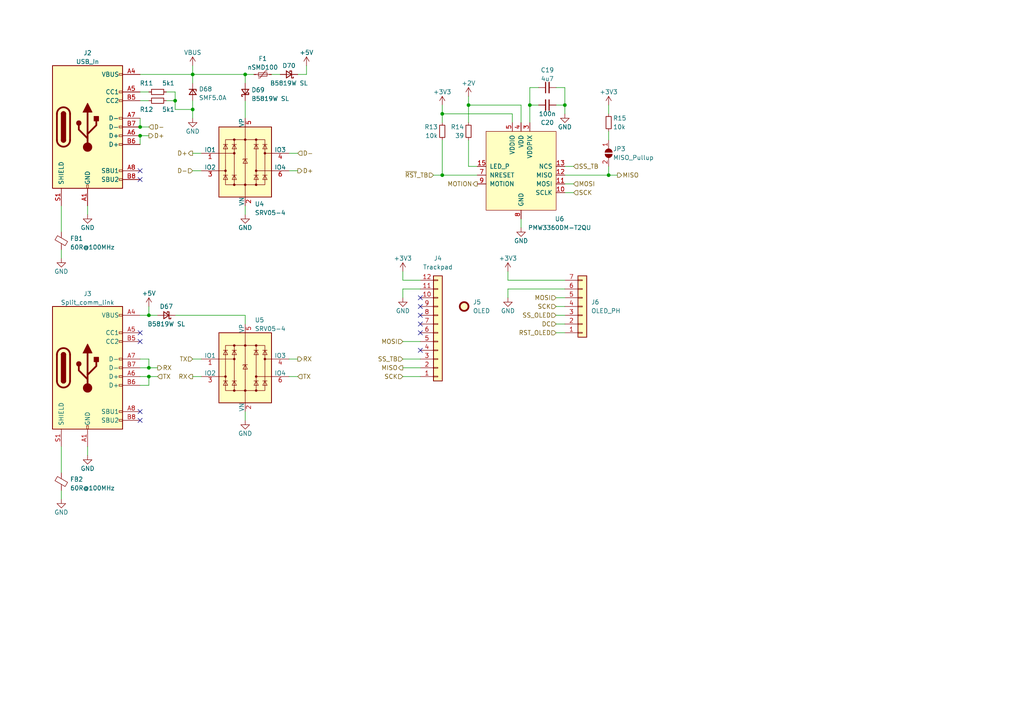
<source format=kicad_sch>
(kicad_sch (version 20230121) (generator eeschema)
  (paper "A4")
  (title_block (date "2023-03-18") (rev "V3"))
  (lib_symbols
    (symbol "+3V3_1" (power) (pin_names (offset 0))
      (property "Value" "+3V3_1" (at 0 3.556 0))
      (symbol "+3V3_1_0_1"
        (polyline (pts (xy -0.762 1.27) (xy 0 2.54)))
        (polyline (pts (xy 0 0) (xy 0 2.54)))
        (polyline (pts (xy 0 2.54) (xy 0.762 1.27)))
      )
      (symbol "+3V3_1_1_1"
        (pin power_in line (at 0 0 90) (length 0) hide (name "+3V3") (number "1"))
      )
    )
    (symbol "Cantaloupe:USB_C_Receptacle_USB2.0-Connector" (pin_names (offset 1.016))
      (property "Reference" "J" (at -10.16 19.05 0))
      (property "Value" "USB_C_Receptacle_USB2.0-Connector" (at 19.05 19.05 0))
      (symbol "USB_C_Receptacle_USB2.0-Connector_0_0"
        (rectangle (start -0.254 -17.78) (end 0.254 -16.764))
        (rectangle (start 10.16 -14.986) (end 9.144 -15.494))
        (rectangle (start 10.16 -12.446) (end 9.144 -12.954))
        (rectangle (start 10.16 -4.826) (end 9.144 -5.334))
        (rectangle (start 10.16 -2.286) (end 9.144 -2.794))
        (rectangle (start 10.16 0.254) (end 9.144 -0.254))
        (rectangle (start 10.16 2.794) (end 9.144 2.286))
        (rectangle (start 10.16 7.874) (end 9.144 7.366))
        (rectangle (start 10.16 10.414) (end 9.144 9.906))
        (rectangle (start 10.16 15.494) (end 9.144 14.986))
      )
      (symbol "USB_C_Receptacle_USB2.0-Connector_0_1"
        (rectangle (start -10.16 17.78) (end 10.16 -17.78) (stroke (width 0.254)) (fill (type background)))
        (arc (start -8.89 -3.81) (mid -6.985 -5.7067) (end -5.08 -3.81) (stroke (width 0.508)))
        (arc (start -7.62 -3.81) (mid -6.985 -4.4423) (end -6.35 -3.81) (stroke (width 0.254)))
        (arc (start -7.62 -3.81) (mid -6.985 -4.4423) (end -6.35 -3.81) (stroke (width 0.254)) (fill (type outline)))
        (rectangle (start -7.62 -3.81) (end -6.35 3.81) (stroke (width 0.254)) (fill (type outline)))
        (arc (start -6.35 3.81) (mid -6.985 4.4423) (end -7.62 3.81) (stroke (width 0.254)))
        (arc (start -6.35 3.81) (mid -6.985 4.4423) (end -7.62 3.81) (stroke (width 0.254)) (fill (type outline)))
        (arc (start -5.08 3.81) (mid -6.985 5.7067) (end -8.89 3.81) (stroke (width 0.508)))
        (circle (center -2.54 1.143) (radius 0.635) (stroke (width 0.254)) (fill (type outline)))
        (circle (center 0 -5.842) (radius 1.27) (fill (type outline)))
        (polyline (pts (xy -8.89 -3.81) (xy -8.89 3.81)) (stroke (width 0.508)))
        (polyline (pts (xy -5.08 3.81) (xy -5.08 -3.81)) (stroke (width 0.508)))
        (polyline (pts (xy 0 -5.842) (xy 0 4.318)) (stroke (width 0.508)))
        (polyline (pts (xy 0 -3.302) (xy -2.54 -0.762) (xy -2.54 0.508)) (stroke (width 0.508)))
        (polyline (pts (xy 0 -2.032) (xy 2.54 0.508) (xy 2.54 1.778)) (stroke (width 0.508)))
        (polyline (pts (xy -1.27 4.318) (xy 0 6.858) (xy 1.27 4.318) (xy -1.27 4.318)) (stroke (width 0.254)) (fill (type outline)))
        (rectangle (start 1.905 1.778) (end 3.175 3.048) (stroke (width 0.254)) (fill (type outline)))
      )
      (symbol "USB_C_Receptacle_USB2.0-Connector_1_1"
        (pin power_in line (at 0 -22.86 90) (length 5.08) (name "GND") (number "A1"))
        (pin passive line (at 0 -22.86 90) (length 5.08) hide (name "GND") (number "A12"))
        (pin power_in line (at 15.24 15.24 180) (length 5.08) (name "VBUS") (number "A4"))
        (pin bidirectional line (at 15.24 10.16 180) (length 5.08) (name "CC1") (number "A5"))
        (pin bidirectional line (at 15.24 -2.54 180) (length 5.08) (name "D+") (number "A6"))
        (pin bidirectional line (at 15.24 2.54 180) (length 5.08) (name "D-") (number "A7"))
        (pin bidirectional line (at 15.24 -12.7 180) (length 5.08) (name "SBU1") (number "A8"))
        (pin passive line (at 15.24 15.24 180) (length 5.08) hide (name "VBUS") (number "A9"))
        (pin passive line (at 0 -22.86 90) (length 5.08) hide (name "GND") (number "B1"))
        (pin passive line (at 0 -22.86 90) (length 5.08) hide (name "GND") (number "B12"))
        (pin passive line (at 15.24 15.24 180) (length 5.08) hide (name "VBUS") (number "B4"))
        (pin bidirectional line (at 15.24 7.62 180) (length 5.08) (name "CC2") (number "B5"))
        (pin bidirectional line (at 15.24 -5.08 180) (length 5.08) (name "D+") (number "B6"))
        (pin bidirectional line (at 15.24 0 180) (length 5.08) (name "D-") (number "B7"))
        (pin bidirectional line (at 15.24 -15.24 180) (length 5.08) (name "SBU2") (number "B8"))
        (pin passive line (at 15.24 15.24 180) (length 5.08) hide (name "VBUS") (number "B9"))
        (pin passive line (at -7.62 -22.86 90) (length 5.08) (name "SHIELD") (number "S1"))
      )
    )
    (symbol "Connector_Generic:Conn_01x07" (pin_names (offset 1.016) hide)
      (property "Reference" "J" (at 0 10.16 0))
      (property "Value" "Conn_01x07" (at 0 -10.16 0))
      (symbol "Conn_01x07_1_1"
        (rectangle (start -1.27 -7.493) (end 0 -7.747) (stroke (width 0.1524)))
        (rectangle (start -1.27 -4.953) (end 0 -5.207) (stroke (width 0.1524)))
        (rectangle (start -1.27 -2.413) (end 0 -2.667) (stroke (width 0.1524)))
        (rectangle (start -1.27 0.127) (end 0 -0.127) (stroke (width 0.1524)))
        (rectangle (start -1.27 2.667) (end 0 2.413) (stroke (width 0.1524)))
        (rectangle (start -1.27 5.207) (end 0 4.953) (stroke (width 0.1524)))
        (rectangle (start -1.27 7.747) (end 0 7.493) (stroke (width 0.1524)))
        (rectangle (start -1.27 8.89) (end 1.27 -8.89) (stroke (width 0.254)) (fill (type background)))
        (pin passive line (at -5.08 7.62 0) (length 3.81) (name "Pin_1") (number "1"))
        (pin passive line (at -5.08 5.08 0) (length 3.81) (name "Pin_2") (number "2"))
        (pin passive line (at -5.08 2.54 0) (length 3.81) (name "Pin_3") (number "3"))
        (pin passive line (at -5.08 0 0) (length 3.81) (name "Pin_4") (number "4"))
        (pin passive line (at -5.08 -2.54 0) (length 3.81) (name "Pin_5") (number "5"))
        (pin passive line (at -5.08 -5.08 0) (length 3.81) (name "Pin_6") (number "6"))
        (pin passive line (at -5.08 -7.62 0) (length 3.81) (name "Pin_7") (number "7"))
      )
    )
    (symbol "Connector_Generic:Conn_01x12" (pin_names (offset 1.016) hide)
      (property "Reference" "J" (at 0 15.24 0))
      (property "Value" "Conn_01x12" (at 0 -17.78 0))
      (symbol "Conn_01x12_1_1"
        (rectangle (start -1.27 -15.113) (end 0 -15.367) (stroke (width 0.1524)))
        (rectangle (start -1.27 -12.573) (end 0 -12.827) (stroke (width 0.1524)))
        (rectangle (start -1.27 -10.033) (end 0 -10.287) (stroke (width 0.1524)))
        (rectangle (start -1.27 -7.493) (end 0 -7.747) (stroke (width 0.1524)))
        (rectangle (start -1.27 -4.953) (end 0 -5.207) (stroke (width 0.1524)))
        (rectangle (start -1.27 -2.413) (end 0 -2.667) (stroke (width 0.1524)))
        (rectangle (start -1.27 0.127) (end 0 -0.127) (stroke (width 0.1524)))
        (rectangle (start -1.27 2.667) (end 0 2.413) (stroke (width 0.1524)))
        (rectangle (start -1.27 5.207) (end 0 4.953) (stroke (width 0.1524)))
        (rectangle (start -1.27 7.747) (end 0 7.493) (stroke (width 0.1524)))
        (rectangle (start -1.27 10.287) (end 0 10.033) (stroke (width 0.1524)))
        (rectangle (start -1.27 12.827) (end 0 12.573) (stroke (width 0.1524)))
        (rectangle (start -1.27 13.97) (end 1.27 -16.51) (stroke (width 0.254)) (fill (type background)))
        (pin passive line (at -5.08 12.7 0) (length 3.81) (name "Pin_1") (number "1"))
        (pin passive line (at -5.08 -10.16 0) (length 3.81) (name "Pin_10") (number "10"))
        (pin passive line (at -5.08 -12.7 0) (length 3.81) (name "Pin_11") (number "11"))
        (pin passive line (at -5.08 -15.24 0) (length 3.81) (name "Pin_12") (number "12"))
        (pin passive line (at -5.08 10.16 0) (length 3.81) (name "Pin_2") (number "2"))
        (pin passive line (at -5.08 7.62 0) (length 3.81) (name "Pin_3") (number "3"))
        (pin passive line (at -5.08 5.08 0) (length 3.81) (name "Pin_4") (number "4"))
        (pin passive line (at -5.08 2.54 0) (length 3.81) (name "Pin_5") (number "5"))
        (pin passive line (at -5.08 0 0) (length 3.81) (name "Pin_6") (number "6"))
        (pin passive line (at -5.08 -2.54 0) (length 3.81) (name "Pin_7") (number "7"))
        (pin passive line (at -5.08 -5.08 0) (length 3.81) (name "Pin_8") (number "8"))
        (pin passive line (at -5.08 -7.62 0) (length 3.81) (name "Pin_9") (number "9"))
      )
    )
    (symbol "Device:C_Small" (pin_numbers hide) (pin_names (offset 0.254) hide)
      (property "Reference" "C" (at 0.254 1.778 0))
      (property "Value" "C_Small" (at 0.254 -2.032 0))
      (symbol "C_Small_0_1"
        (polyline (pts (xy -1.524 -0.508) (xy 1.524 -0.508)) (stroke (width 0.3302)))
        (polyline (pts (xy -1.524 0.508) (xy 1.524 0.508)) (stroke (width 0.3048)))
      )
      (symbol "C_Small_1_1"
        (pin passive line (at 0 2.54 270) (length 2.032) (name "~") (number "1"))
        (pin passive line (at 0 -2.54 90) (length 2.032) (name "~") (number "2"))
      )
    )
    (symbol "Device:D_Schottky_Small" (pin_numbers hide) (pin_names (offset 0.254) hide)
      (property "Reference" "D" (at -1.27 2.032 0))
      (property "Value" "D_Schottky_Small" (at -7.112 -2.032 0))
      (symbol "D_Schottky_Small_0_1"
        (polyline (pts (xy -0.762 0) (xy 0.762 0)))
        (polyline (pts (xy 0.762 -1.016) (xy -0.762 0) (xy 0.762 1.016) (xy 0.762 -1.016)) (stroke (width 0.254)))
        (polyline (pts (xy -1.27 0.762) (xy -1.27 1.016) (xy -0.762 1.016) (xy -0.762 -1.016) (xy -0.254 -1.016) (xy -0.254 -0.762)) (stroke (width 0.254)))
      )
      (symbol "D_Schottky_Small_1_1"
        (pin passive line (at -2.54 0 0) (length 1.778) (name "K") (number "1"))
        (pin passive line (at 2.54 0 180) (length 1.778) (name "A") (number "2"))
      )
    )
    (symbol "Device:D_Zener_Small" (pin_numbers hide) (pin_names (offset 0.254) hide)
      (property "Reference" "D" (at 0 2.286 0))
      (property "Value" "D_Zener_Small" (at 0 -2.286 0))
      (symbol "D_Zener_Small_0_1"
        (polyline (pts (xy 0.762 0) (xy -0.762 0)))
        (polyline (pts (xy -0.254 1.016) (xy -0.762 1.016) (xy -0.762 -1.016)) (stroke (width 0.254)))
        (polyline (pts (xy 0.762 1.016) (xy -0.762 0) (xy 0.762 -1.016) (xy 0.762 1.016)) (stroke (width 0.254)))
      )
      (symbol "D_Zener_Small_1_1"
        (pin passive line (at -2.54 0 0) (length 1.778) (name "K") (number "1"))
        (pin passive line (at 2.54 0 180) (length 1.778) (name "A") (number "2"))
      )
    )
    (symbol "Device:FerriteBead_Small" (pin_numbers hide) (pin_names (offset 0))
      (property "Reference" "FB" (at 1.905 1.27 0))
      (property "Value" "FerriteBead_Small" (at 1.905 -1.27 0))
      (symbol "FerriteBead_Small_0_1"
        (polyline (pts (xy 0 -1.27) (xy 0 -0.7874)))
        (polyline (pts (xy 0 0.889) (xy 0 1.2954)))
        (polyline (pts (xy -1.8288 0.2794) (xy -1.1176 1.4986) (xy 1.8288 -0.2032) (xy 1.1176 -1.4224) (xy -1.8288 0.2794)))
      )
      (symbol "FerriteBead_Small_1_1"
        (pin passive line (at 0 2.54 270) (length 1.27) (name "~") (number "1"))
        (pin passive line (at 0 -2.54 90) (length 1.27) (name "~") (number "2"))
      )
    )
    (symbol "Device:Polyfuse_Small" (pin_numbers hide) (pin_names (offset 0))
      (property "Reference" "F" (at -1.905 0 90))
      (property "Value" "Polyfuse_Small" (at 1.905 0 90))
      (symbol "Polyfuse_Small_0_1"
        (rectangle (start -0.508 1.27) (end 0.508 -1.27))
        (polyline (pts (xy 0 2.54) (xy 0 -2.54)))
        (polyline (pts (xy -1.016 1.27) (xy -1.016 0.762) (xy 1.016 -0.762) (xy 1.016 -1.27)))
      )
      (symbol "Polyfuse_Small_1_1"
        (pin passive line (at 0 2.54 270) (length 0.635) (name "~") (number "1"))
        (pin passive line (at 0 -2.54 90) (length 0.635) (name "~") (number "2"))
      )
    )
    (symbol "Device:R_Small" (pin_numbers hide) (pin_names (offset 0.254) hide)
      (property "Reference" "R" (at 0.762 0.508 0))
      (property "Value" "R_Small" (at 0.762 -1.016 0))
      (symbol "R_Small_0_1"
        (rectangle (start -0.762 1.778) (end 0.762 -1.778) (stroke (width 0.2032)))
      )
      (symbol "R_Small_1_1"
        (pin passive line (at 0 2.54 270) (length 0.762) (name "~") (number "1"))
        (pin passive line (at 0 -2.54 90) (length 0.762) (name "~") (number "2"))
      )
    )
    (symbol "GND_1" (power) (pin_names (offset 0))
      (property "Value" "GND_1" (at 0 -3.81 0))
      (symbol "GND_1_0_1"
        (polyline (pts (xy 0 0) (xy 0 -1.27) (xy 1.27 -1.27) (xy 0 -2.54) (xy -1.27 -1.27) (xy 0 -1.27)))
      )
      (symbol "GND_1_1_1"
        (pin power_in line (at 0 0 270) (length 0) hide (name "GND") (number "1"))
      )
    )
    (symbol "Honeydew:+2V" (power) (pin_names (offset 0))
      (property "Value" "+2V" (at 0 3.81 0))
      (symbol "+2V_0_1"
        (polyline (pts (xy -0.762 1.27) (xy 0 2.54)))
        (polyline (pts (xy 0 0) (xy 0 2.54)))
        (polyline (pts (xy 0 2.54) (xy 0.762 1.27)))
      )
      (symbol "+2V_1_1"
        (pin power_in line (at 0 0 90) (length 0) hide (name "+2V") (number "1"))
      )
    )
    (symbol "Jumper:SolderJumper_2_Open" (pin_names (offset 0) hide)
      (property "Reference" "JP" (at 0 2.032 0))
      (property "Value" "SolderJumper_2_Open" (at 0 -2.54 0))
      (symbol "SolderJumper_2_Open_0_1"
        (arc (start -0.254 1.016) (mid -1.2656 0) (end -0.254 -1.016))
        (arc (start -0.254 1.016) (mid -1.2656 0) (end -0.254 -1.016) (fill (type outline)))
        (polyline (pts (xy -0.254 1.016) (xy -0.254 -1.016)))
        (polyline (pts (xy 0.254 1.016) (xy 0.254 -1.016)))
        (arc (start 0.254 -1.016) (mid 1.2656 0) (end 0.254 1.016))
        (arc (start 0.254 -1.016) (mid 1.2656 0) (end 0.254 1.016) (fill (type outline)))
      )
      (symbol "SolderJumper_2_Open_1_1"
        (pin passive line (at -3.81 0 0) (length 2.54) (name "A") (number "1"))
        (pin passive line (at 3.81 0 180) (length 2.54) (name "B") (number "2"))
      )
    )
    (symbol "Mechanical:Fiducial"
      (property "Reference" "FID" (at 0 5.08 0))
      (property "Value" "Fiducial" (at 0 3.175 0))
      (symbol "Fiducial_0_1"
        (circle (center 0 0) (radius 1.27) (stroke (width 0.508)) (fill (type background)))
      )
    )
    (symbol "PMW3360DM-T2QU_1" (pin_names (offset 1.016))
      (property "Reference" "U" (at 0 12.7 0))
      (property "Value" "PMW3360DM-T2QU_1" (at 0 20.32 0))
      (symbol "PMW3360DM-T2QU_1_0_1"
        (rectangle (start -10.16 10.16) (end 10.16 -12.7) (fill (type background)))
      )
      (symbol "PMW3360DM-T2QU_1_1_1"
        (pin no_connect line (at -12.7 7.62 0) (length 2.54) hide (name "NC") (number "1"))
        (pin input line (at 12.7 -7.62 180) (length 2.54) (name "SCLK") (number "10"))
        (pin input line (at 12.7 -5.08 180) (length 2.54) (name "MOSI") (number "11"))
        (pin output line (at 12.7 -2.54 180) (length 2.54) (name "MISO") (number "12"))
        (pin input line (at 12.7 0 180) (length 2.54) (name "NCS") (number "13"))
        (pin no_connect line (at -12.7 7.62 0) (length 2.54) hide (name "NC") (number "14"))
        (pin input line (at -12.7 0 0) (length 2.54) (name "LED_P") (number "15"))
        (pin no_connect line (at -12.7 7.62 0) (length 2.54) hide (name "NC") (number "16"))
        (pin no_connect line (at -12.7 7.62 0) (length 2.54) hide (name "NC") (number "2"))
        (pin power_in line (at 2.54 12.7 270) (length 2.54) (name "VDDPIX") (number "3"))
        (pin power_in line (at 0 12.7 270) (length 2.54) (name "VDD") (number "4"))
        (pin power_in line (at -2.54 12.7 270) (length 2.54) (name "VDDIO") (number "5"))
        (pin no_connect line (at -12.7 7.62 0) (length 2.54) hide (name "NC") (number "6"))
        (pin input line (at -12.7 -2.54 0) (length 2.54) (name "NRESET") (number "7"))
        (pin power_in line (at 0 -15.24 90) (length 2.54) (name "GND") (number "8"))
        (pin output line (at -12.7 -5.08 0) (length 2.54) (name "MOTION") (number "9"))
      )
    )
    (symbol "Power_Protection:SRV05-4" (pin_names (offset 0))
      (property "Reference" "U" (at -5.08 11.43 0))
      (property "Value" "SRV05-4" (at 2.54 11.43 0))
      (symbol "SRV05-4_0_0"
        (rectangle (start -5.715 6.477) (end 5.715 -6.604))
        (polyline (pts (xy -3.175 -6.604) (xy -3.175 6.477)))
        (polyline (pts (xy 3.175 6.477) (xy 3.175 -6.604)))
      )
      (symbol "SRV05-4_0_1"
        (rectangle (start -7.62 10.16) (end 7.62 -10.16) (stroke (width 0.254)) (fill (type background)))
        (circle (center -5.715 -2.54) (radius 0.2794) (fill (type outline)))
        (circle (center -3.175 -6.604) (radius 0.2794) (fill (type outline)))
        (circle (center -3.175 2.54) (radius 0.2794) (fill (type outline)))
        (circle (center -3.175 6.477) (radius 0.2794) (fill (type outline)))
        (circle (center 0 -6.604) (radius 0.2794) (fill (type outline)))
        (polyline (pts (xy -7.747 2.54) (xy -3.175 2.54)))
        (polyline (pts (xy -7.62 -2.54) (xy -5.715 -2.54)))
        (polyline (pts (xy -5.08 -3.81) (xy -6.35 -3.81)))
        (polyline (pts (xy -5.08 5.08) (xy -6.35 5.08)))
        (polyline (pts (xy -2.54 -3.81) (xy -3.81 -3.81)))
        (polyline (pts (xy -2.54 5.08) (xy -3.81 5.08)))
        (polyline (pts (xy 0 10.16) (xy 0 -10.16)))
        (polyline (pts (xy 3.81 -3.81) (xy 2.54 -3.81)))
        (polyline (pts (xy 3.81 5.08) (xy 2.54 5.08)))
        (polyline (pts (xy 6.35 -3.81) (xy 5.08 -3.81)))
        (polyline (pts (xy 6.35 5.08) (xy 5.08 5.08)))
        (polyline (pts (xy 7.62 -2.54) (xy 3.175 -2.54)))
        (polyline (pts (xy 7.62 2.54) (xy 5.715 2.54)))
        (polyline (pts (xy 0.635 0.889) (xy -0.635 0.889) (xy -0.635 0.635)))
        (polyline (pts (xy -5.08 -5.08) (xy -6.35 -5.08) (xy -5.715 -3.81) (xy -5.08 -5.08)))
        (polyline (pts (xy -5.08 3.81) (xy -6.35 3.81) (xy -5.715 5.08) (xy -5.08 3.81)))
        (polyline (pts (xy -2.54 -5.08) (xy -3.81 -5.08) (xy -3.175 -3.81) (xy -2.54 -5.08)))
        (polyline (pts (xy -2.54 3.81) (xy -3.81 3.81) (xy -3.175 5.08) (xy -2.54 3.81)))
        (polyline (pts (xy 0.635 -0.381) (xy -0.635 -0.381) (xy 0 0.889) (xy 0.635 -0.381)))
        (polyline (pts (xy 3.81 -5.08) (xy 2.54 -5.08) (xy 3.175 -3.81) (xy 3.81 -5.08)))
        (polyline (pts (xy 3.81 3.81) (xy 2.54 3.81) (xy 3.175 5.08) (xy 3.81 3.81)))
        (polyline (pts (xy 6.35 -5.08) (xy 5.08 -5.08) (xy 5.715 -3.81) (xy 6.35 -5.08)))
        (polyline (pts (xy 6.35 3.81) (xy 5.08 3.81) (xy 5.715 5.08) (xy 6.35 3.81)))
        (circle (center 0 6.477) (radius 0.2794) (fill (type outline)))
        (circle (center 3.175 -6.604) (radius 0.2794) (fill (type outline)))
        (circle (center 3.175 -2.54) (radius 0.2794) (fill (type outline)))
        (circle (center 3.175 6.477) (radius 0.2794) (fill (type outline)))
        (circle (center 5.715 2.54) (radius 0.2794) (fill (type outline)))
      )
      (symbol "SRV05-4_1_1"
        (pin passive line (at -12.7 2.54 0) (length 5.08) (name "IO1") (number "1"))
        (pin passive line (at 0 -12.7 90) (length 2.54) (name "VN") (number "2"))
        (pin passive line (at -12.7 -2.54 0) (length 5.08) (name "IO2") (number "3"))
        (pin passive line (at 12.7 2.54 180) (length 5.08) (name "IO3") (number "4"))
        (pin passive line (at 0 12.7 270) (length 2.54) (name "VP") (number "5"))
        (pin passive line (at 12.7 -2.54 180) (length 5.08) (name "IO4") (number "6"))
      )
    )
    (symbol "power:+5V" (power) (pin_names (offset 0))
      (property "Value" "+5V" (at 0 3.556 0))
      (symbol "+5V_0_1"
        (polyline (pts (xy -0.762 1.27) (xy 0 2.54)))
        (polyline (pts (xy 0 0) (xy 0 2.54)))
        (polyline (pts (xy 0 2.54) (xy 0.762 1.27)))
      )
      (symbol "+5V_1_1"
        (pin power_in line (at 0 0 90) (length 0) hide (name "+5V") (number "1"))
      )
    )
    (symbol "power:GND" (power) (pin_names (offset 0))
      (property "Value" "GND" (at 0 -3.81 0))
      (symbol "GND_0_1"
        (polyline (pts (xy 0 0) (xy 0 -1.27) (xy 1.27 -1.27) (xy 0 -2.54) (xy -1.27 -1.27) (xy 0 -1.27)))
      )
      (symbol "GND_1_1"
        (pin power_in line (at 0 0 270) (length 0) hide (name "GND") (number "1"))
      )
    )
    (symbol "power:VBUS" (power) (pin_names (offset 0))
      (property "Value" "VBUS" (at 0 3.81 0))
      (symbol "VBUS_0_1"
        (polyline (pts (xy -0.762 1.27) (xy 0 2.54)))
        (polyline (pts (xy 0 0) (xy 0 2.54)))
        (polyline (pts (xy 0 2.54) (xy 0.762 1.27)))
      )
      (symbol "VBUS_1_1"
        (pin power_in line (at 0 0 90) (length 0) hide (name "VBUS") (number "1"))
      )
    )
  )
  (junction (at 128.27 33.02))
  (junction (at 55.88 21.59))
  (junction (at 43.18 106.68))
  (junction (at 176.53 50.8))
  (junction (at 50.8 29.21))
  (junction (at 40.64 39.37))
  (junction (at 43.18 91.44))
  (junction (at 71.12 21.59))
  (junction (at 135.89 30.48))
  (junction (at 153.67 30.48))
  (junction (at 40.64 36.83))
  (junction (at 55.88 31.75))
  (junction (at 128.27 50.8))
  (junction (at 163.83 30.48))
  (junction (at 43.18 109.22))
  (no_connect (at 121.92 86.36))
  (no_connect (at 40.64 99.06))
  (no_connect (at 40.64 49.53))
  (no_connect (at 40.64 119.38))
  (no_connect (at 121.92 88.9))
  (no_connect (at 121.92 91.44))
  (no_connect (at 121.92 96.52))
  (no_connect (at 40.64 121.92))
  (no_connect (at 121.92 101.6))
  (no_connect (at 40.64 96.52))
  (no_connect (at 40.64 52.07))
  (no_connect (at 121.92 93.98))
  (wire (pts (xy 116.84 78.74) (xy 116.84 81.28)))
  (wire (pts (xy 153.67 25.4) (xy 156.21 25.4)))
  (wire (pts (xy 161.29 91.44) (xy 163.83 91.44)))
  (wire (pts (xy 116.84 106.68) (xy 121.92 106.68)))
  (wire (pts (xy 147.32 81.28) (xy 163.83 81.28)))
  (wire (pts (xy 17.78 129.54) (xy 17.78 137.16)))
  (wire (pts (xy 161.29 93.98) (xy 163.83 93.98)))
  (wire (pts (xy 147.32 78.74) (xy 147.32 81.28)))
  (wire (pts (xy 163.83 25.4) (xy 163.83 30.48)))
  (wire (pts (xy 40.64 21.59) (xy 55.88 21.59)))
  (wire (pts (xy 48.26 29.21) (xy 50.8 29.21)))
  (wire (pts (xy 116.84 99.06) (xy 121.92 99.06)))
  (wire (pts (xy 55.88 29.21) (xy 55.88 31.75)))
  (wire (pts (xy 135.89 48.26) (xy 138.43 48.26)))
  (wire (pts (xy 153.67 30.48) (xy 153.67 35.56)))
  (wire (pts (xy 176.53 50.8) (xy 176.53 48.26)))
  (wire (pts (xy 83.82 109.22) (xy 86.36 109.22)))
  (wire (pts (xy 71.12 29.21) (xy 71.12 34.29)))
  (wire (pts (xy 88.9 21.59) (xy 86.36 21.59)))
  (wire (pts (xy 43.18 104.14) (xy 40.64 104.14)))
  (wire (pts (xy 17.78 144.78) (xy 17.78 142.24)))
  (wire (pts (xy 161.29 86.36) (xy 163.83 86.36)))
  (wire (pts (xy 161.29 30.48) (xy 163.83 30.48)))
  (wire (pts (xy 128.27 33.02) (xy 128.27 35.56)))
  (wire (pts (xy 166.37 53.34) (xy 163.83 53.34)))
  (wire (pts (xy 135.89 27.94) (xy 135.89 30.48)))
  (wire (pts (xy 43.18 104.14) (xy 43.18 106.68)))
  (wire (pts (xy 43.18 29.21) (xy 40.64 29.21)))
  (wire (pts (xy 43.18 106.68) (xy 45.72 106.68)))
  (wire (pts (xy 128.27 30.48) (xy 128.27 33.02)))
  (wire (pts (xy 163.83 33.02) (xy 163.83 30.48)))
  (wire (pts (xy 55.88 109.22) (xy 58.42 109.22)))
  (wire (pts (xy 25.4 59.69) (xy 25.4 62.23)))
  (wire (pts (xy 116.84 104.14) (xy 121.92 104.14)))
  (wire (pts (xy 147.32 83.82) (xy 147.32 86.36)))
  (wire (pts (xy 176.53 38.1) (xy 176.53 40.64)))
  (wire (pts (xy 43.18 106.68) (xy 40.64 106.68)))
  (wire (pts (xy 55.88 49.53) (xy 58.42 49.53)))
  (wire (pts (xy 71.12 91.44) (xy 71.12 93.98)))
  (wire (pts (xy 116.84 83.82) (xy 116.84 86.36)))
  (wire (pts (xy 151.13 30.48) (xy 151.13 35.56)))
  (wire (pts (xy 161.29 96.52) (xy 163.83 96.52)))
  (wire (pts (xy 50.8 91.44) (xy 71.12 91.44)))
  (wire (pts (xy 88.9 19.05) (xy 88.9 21.59)))
  (wire (pts (xy 151.13 63.5) (xy 151.13 66.04)))
  (wire (pts (xy 43.18 109.22) (xy 40.64 109.22)))
  (wire (pts (xy 40.64 91.44) (xy 43.18 91.44)))
  (wire (pts (xy 116.84 83.82) (xy 121.92 83.82)))
  (wire (pts (xy 135.89 40.64) (xy 135.89 48.26)))
  (wire (pts (xy 151.13 30.48) (xy 135.89 30.48)))
  (wire (pts (xy 78.74 21.59) (xy 81.28 21.59)))
  (wire (pts (xy 148.59 35.56) (xy 148.59 33.02)))
  (wire (pts (xy 128.27 33.02) (xy 148.59 33.02)))
  (wire (pts (xy 40.64 39.37) (xy 40.64 41.91)))
  (wire (pts (xy 50.8 31.75) (xy 50.8 29.21)))
  (wire (pts (xy 161.29 88.9) (xy 163.83 88.9)))
  (wire (pts (xy 153.67 25.4) (xy 153.67 30.48)))
  (wire (pts (xy 25.4 129.54) (xy 25.4 132.08)))
  (wire (pts (xy 125.73 50.8) (xy 128.27 50.8)))
  (wire (pts (xy 86.36 44.45) (xy 83.82 44.45)))
  (wire (pts (xy 43.18 26.67) (xy 40.64 26.67)))
  (wire (pts (xy 50.8 31.75) (xy 55.88 31.75)))
  (wire (pts (xy 55.88 44.45) (xy 58.42 44.45)))
  (wire (pts (xy 116.84 109.22) (xy 121.92 109.22)))
  (wire (pts (xy 153.67 30.48) (xy 156.21 30.48)))
  (wire (pts (xy 163.83 50.8) (xy 176.53 50.8)))
  (wire (pts (xy 55.88 21.59) (xy 71.12 21.59)))
  (wire (pts (xy 83.82 104.14) (xy 86.36 104.14)))
  (wire (pts (xy 71.12 62.23) (xy 71.12 59.69)))
  (wire (pts (xy 147.32 83.82) (xy 163.83 83.82)))
  (wire (pts (xy 166.37 55.88) (xy 163.83 55.88)))
  (wire (pts (xy 176.53 33.02) (xy 176.53 30.48)))
  (wire (pts (xy 166.37 48.26) (xy 163.83 48.26)))
  (wire (pts (xy 71.12 119.38) (xy 71.12 121.92)))
  (wire (pts (xy 71.12 21.59) (xy 73.66 21.59)))
  (wire (pts (xy 128.27 50.8) (xy 138.43 50.8)))
  (wire (pts (xy 71.12 21.59) (xy 71.12 24.13)))
  (wire (pts (xy 43.18 109.22) (xy 45.72 109.22)))
  (wire (pts (xy 43.18 36.83) (xy 40.64 36.83)))
  (wire (pts (xy 176.53 50.8) (xy 179.07 50.8)))
  (wire (pts (xy 135.89 30.48) (xy 135.89 35.56)))
  (wire (pts (xy 55.88 21.59) (xy 55.88 24.13)))
  (wire (pts (xy 43.18 111.76) (xy 40.64 111.76)))
  (wire (pts (xy 40.64 34.29) (xy 40.64 36.83)))
  (wire (pts (xy 43.18 39.37) (xy 40.64 39.37)))
  (wire (pts (xy 128.27 40.64) (xy 128.27 50.8)))
  (wire (pts (xy 86.36 49.53) (xy 83.82 49.53)))
  (wire (pts (xy 116.84 81.28) (xy 121.92 81.28)))
  (wire (pts (xy 55.88 104.14) (xy 58.42 104.14)))
  (wire (pts (xy 17.78 59.69) (xy 17.78 67.31)))
  (wire (pts (xy 50.8 26.67) (xy 50.8 29.21)))
  (wire (pts (xy 161.29 25.4) (xy 163.83 25.4)))
  (wire (pts (xy 55.88 31.75) (xy 55.88 34.29)))
  (wire (pts (xy 17.78 74.93) (xy 17.78 72.39)))
  (wire (pts (xy 43.18 88.9) (xy 43.18 91.44)))
  (wire (pts (xy 55.88 19.05) (xy 55.88 21.59)))
  (wire (pts (xy 43.18 91.44) (xy 45.72 91.44)))
  (wire (pts (xy 48.26 26.67) (xy 50.8 26.67)))
  (wire (pts (xy 43.18 109.22) (xy 43.18 111.76)))
  (hierarchical_label "D-" (shape input) (at 43.18 36.83 0))
  (hierarchical_label "SS_TB" (shape input) (at 166.37 48.26 0))
  (hierarchical_label "D+" (shape output) (at 86.36 49.53 0))
  (hierarchical_label "RX" (shape output) (at 45.72 106.68 0))
  (hierarchical_label "D+" (shape output) (at 43.18 39.37 0))
  (hierarchical_label "TX" (shape input) (at 55.88 104.14 180))
  (hierarchical_label "MOSI" (shape input) (at 161.29 86.36 180))
  (hierarchical_label "D-" (shape input) (at 55.88 49.53 180))
  (hierarchical_label "MOSI" (shape input) (at 116.84 99.06 180))
  (hierarchical_label "RST_OLED" (shape input) (at 161.29 96.52 180))
  (hierarchical_label "SCK" (shape input) (at 166.37 55.88 0))
  (hierarchical_label "SCK" (shape input) (at 116.84 109.22 180))
  (hierarchical_label "MISO" (shape output) (at 116.84 106.68 180))
  (hierarchical_label "MISO" (shape output) (at 179.07 50.8 0))
  (hierarchical_label "MOSI" (shape input) (at 166.37 53.34 0))
  (hierarchical_label "D+" (shape output) (at 55.88 44.45 180))
  (hierarchical_label "~{RST}_TB" (shape input) (at 125.73 50.8 180))
  (hierarchical_label "SS_OLED" (shape input) (at 161.29 91.44 180))
  (hierarchical_label "SS_TB" (shape input) (at 116.84 104.14 180))
  (hierarchical_label "TX" (shape input) (at 86.36 109.22 0))
  (hierarchical_label "RX" (shape output) (at 55.88 109.22 180))
  (hierarchical_label "DC" (shape input) (at 161.29 93.98 180))
  (hierarchical_label "D-" (shape input) (at 86.36 44.45 0))
  (hierarchical_label "RX" (shape output) (at 86.36 104.14 0))
  (hierarchical_label "TX" (shape input) (at 45.72 109.22 0))
  (hierarchical_label "MOTION" (shape output) (at 138.43 53.34 180))
  (hierarchical_label "SCK" (shape input) (at 161.29 88.9 180))
  (symbol (lib_id "Device:D_Schottky_Small") (at 71.12 26.67 90) (unit 1)
    (property "Reference" "D69" (at 72.898 26.0893 90) (effects (justify right)))
    (property "Value" "B5819W SL" (at 72.898 28.6262 90) (effects (justify right)))
    (property "Footprint" "Cantaloupe:D_SOD-123" (effects hide))
    (property "Description" "SOD-123 schottky" (effects hide))
    (property "LCSC" "C8598" (effects hide))
    (instances (project "Cantaloupe" (path "" (reference "D69") (unit 1)) (path "" (reference "D174") (unit 1))))
  )
  (symbol (lib_name "GND_1") (lib_id "power:GND") (at 71.12 121.92 0) (unit 1)
    (property "Reference" "#PWR020" (effects hide))
    (property "Value" "GND" (at 71.12 125.73 0))
    (instances (project "Cantaloupe" (path "" (reference "#PWR020") (unit 1)) (path "" (reference "#PWR069") (unit 1))))
  )
  (symbol (lib_name "+3V3_1") (lib_id "power:+3V3") (at 147.32 78.74 0) (unit 1)
    (property "Reference" "#PWR050" (effects hide))
    (property "Value" "+3V3" (at 147.32 74.93 0))
    (instances (project "Cantaloupe" (path "" (reference "#PWR050") (unit 1)) (path "" (reference "#PWR079") (unit 1))))
  )
  (symbol (lib_name "+3V3_1") (lib_id "power:+3V3") (at 128.27 30.48 0) (unit 1)
    (property "Reference" "#PWR044" (effects hide))
    (property "Value" "+3V3" (at 128.27 26.67 0))
    (instances (project "Cantaloupe" (path "" (reference "#PWR044") (unit 1)) (path "" (reference "#PWR073") (unit 1))))
  )
  (symbol (lib_id "Device:Polyfuse_Small") (at 76.2 21.59 270) (unit 1)
    (property "Reference" "F1" (at 76.2 17.0012 90))
    (property "Value" "nSMD100" (at 76.2 19.5381 90))
    (property "Footprint" "Fuse:Fuse_1206_3216Metric" (effects hide))
    (property "LCSC" "C66453" (effects hide))
    (property "Description" "1206 fuse 1A" (effects hide))
    (instances (project "Cantaloupe" (path "" (reference "F1") (unit 1)) (path "" (reference "F2") (unit 1))))
  )
  (symbol (lib_name "GND_1") (lib_id "power:GND") (at 25.4 132.08 0) (unit 1)
    (property "Reference" "#PWR015" (effects hide))
    (property "Value" "GND" (at 25.4 135.89 0))
    (instances (project "Cantaloupe" (path "" (reference "#PWR015") (unit 1)) (path "" (reference "#PWR064") (unit 1))))
  )
  (symbol (lib_name "GND_1") (lib_id "power:GND") (at 71.12 62.23 0) (unit 1)
    (property "Reference" "#PWR019" (effects hide))
    (property "Value" "GND" (at 71.12 66.04 0))
    (instances (project "Cantaloupe" (path "" (reference "#PWR019") (unit 1)) (path "" (reference "#PWR068") (unit 1))))
  )
  (symbol (lib_id "Device:R_Small") (at 135.89 38.1 0) (mirror x) (unit 1)
    (property "Reference" "R14" (at 134.62 36.83 0) (effects (justify right)))
    (property "Value" "39" (at 134.62 39.37 0) (effects (justify right)))
    (property "Footprint" "Resistor_SMD:R_0402_1005Metric" (effects hide))
    (property "Description" "0402 resistor" (effects hide))
    (property "LCSC" "C25164" (effects hide))
    (instances (project "Cantaloupe" (path "" (reference "R14") (unit 1)) (path "" (reference "R21") (unit 1))))
  )
  (symbol (lib_id "Jumper:SolderJumper_2_Open") (at 176.53 44.45 270) (unit 1) (in_bom no)
    (property "Reference" "JP3" (at 177.8 43.18 90) (effects (justify left)))
    (property "Value" "MISO_Pullup" (at 177.8 45.72 90) (effects (justify left)))
    (property "Footprint" "Jumper:SolderJumper-2_P1.3mm_Open_Pad1.0x1.5mm" (effects hide))
    (property "Description" "MISO pullup jumper" (effects hide))
    (instances (project "Cantaloupe" (path "" (reference "JP3") (unit 1)) (path "" (reference "JP2") (unit 1))))
  )
  (symbol (lib_id "Cantaloupe:USB_C_Receptacle_USB2.0-Connector") (at 25.4 106.68 0) (unit 1)
    (property "Reference" "J3" (at 25.4 85.2002 0))
    (property "Value" "Split_comm_link" (at 25.4 87.7371 0))
    (property "Footprint" "Cantaloupe:HRO-TYPE-C-31-M-13x" (effects hide))
    (property "Description" "USB C 2.0 jack" (effects hide))
    (property "LCSC" "C2848620" (effects hide))
    (instances (project "Cantaloupe" (path "" (reference "J3") (unit 1)) (path "" (reference "J7") (unit 1))))
  )
  (symbol (lib_id "power:+5V") (at 43.18 88.9 0) (unit 1)
    (property "Reference" "#PWR016" (effects hide))
    (property "Value" "+5V" (at 43.18 85.09 0))
    (instances (project "Cantaloupe" (path "" (reference "#PWR016") (unit 1)) (path "" (reference "#PWR065") (unit 1))))
  )
  (symbol (lib_name "+3V3_1") (lib_id "power:+3V3") (at 116.84 78.74 0) (unit 1)
    (property "Reference" "#PWR022" (effects hide))
    (property "Value" "+3V3" (at 116.84 74.93 0))
    (instances (project "Cantaloupe" (path "" (reference "#PWR022") (unit 1)) (path "" (reference "#PWR071") (unit 1))))
  )
  (symbol (lib_id "Device:R_Small") (at 45.72 29.21 270) (mirror x) (unit 1)
    (property "Reference" "R12" (at 44.45 31.75 90) (effects (justify right)))
    (property "Value" "5k1" (at 46.99 31.75 90) (effects (justify left)))
    (property "Footprint" "Resistor_SMD:R_0402_1005Metric" (effects hide))
    (property "Description" "0402 resistor" (effects hide))
    (instances (project "Cantaloupe" (path "" (reference "R12") (unit 1)) (path "" (reference "R19") (unit 1))))
  )
  (symbol (lib_id "Device:D_Zener_Small") (at 55.88 26.67 270) (unit 1)
    (property "Reference" "D68" (at 57.658 25.8353 90) (effects (justify left)))
    (property "Value" "SMF5.0A" (at 57.658 28.3722 90) (effects (justify left)))
    (property "Footprint" "Cantaloupe:D_SOD-123" (effects hide))
    (property "Description" "SOD-123 TVS" (effects hide))
    (property "LCSC" "C193402" (effects hide))
    (instances (project "Cantaloupe" (path "" (reference "D68") (unit 1)) (path "" (reference "D173") (unit 1))))
  )
  (symbol (lib_id "Connector_Generic:Conn_01x07") (at 168.91 88.9 0) (mirror x) (unit 1)
    (property "Reference" "J6" (at 171.45 87.63 0) (effects (justify left)))
    (property "Value" "OLED_PH" (at 171.45 90.17 0) (effects (justify left)))
    (property "Footprint" "Cantaloupe:JST_PH_S7B-PH-K_1x07_P2.00mm_Horizontal-Dual" (effects hide))
    (property "Description" "SSD1315 OLED" (effects hide))
    (instances (project "Cantaloupe" (path "" (reference "J6") (unit 1)) (path "" (reference "J10") (unit 1))))
  )
  (symbol (lib_id "power:GND") (at 151.13 66.04 0) (unit 1)
    (property "Reference" "#PWR077" (effects hide))
    (property "Value" "GND" (at 151.13 69.85 0))
    (instances (project "Cantaloupe" (path "" (reference "#PWR077") (unit 1)) (path "" (reference "#PWR048") (unit 1))))
  )
  (symbol (lib_id "Power_Protection:SRV05-4") (at 71.12 46.99 0) (unit 1)
    (property "Reference" "U4" (at 73.8887 59.1804 0) (effects (justify left)))
    (property "Value" "SRV05-4" (at 73.8887 61.7173 0) (effects (justify left)))
    (property "Footprint" "Package_TO_SOT_SMD:SOT-23-6" (effects hide))
    (property "Datasheet" "http://www.onsemi.com/pub/Collateral/SRV05-4-D.PDF" (effects hide))
    (property "Description" "SOT-26 ESD protector" (effects hide))
    (property "LCSC" "C85364" (effects hide))
    (instances (project "Cantaloupe" (path "" (reference "U4") (unit 1)) (path "" (reference "U7") (unit 1))))
  )
  (symbol (lib_name "GND_1") (lib_id "power:GND") (at 55.88 34.29 0) (unit 1)
    (property "Reference" "#PWR018" (effects hide))
    (property "Value" "GND" (at 55.88 38.1 0))
    (instances (project "Cantaloupe" (path "" (reference "#PWR018") (unit 1)) (path "" (reference "#PWR067") (unit 1))))
  )
  (symbol (lib_id "power:VBUS") (at 55.88 19.05 0) (unit 1)
    (property "Reference" "#PWR017" (effects hide))
    (property "Value" "VBUS" (at 55.88 15.24 0))
    (instances (project "Cantaloupe" (path "" (reference "#PWR017") (unit 1)) (path "" (reference "#PWR066") (unit 1))))
  )
  (symbol (lib_id "power:GND") (at 147.32 86.36 0) (unit 1)
    (property "Reference" "#PWR080" (effects hide))
    (property "Value" "GND" (at 147.32 90.17 0))
    (instances (project "Cantaloupe" (path "" (reference "#PWR080") (unit 1)) (path "" (reference "#PWR051") (unit 1))))
  )
  (symbol (lib_name "+3V3_1") (lib_id "power:+3V3") (at 176.53 30.48 0) (unit 1)
    (property "Reference" "#PWR052" (effects hide))
    (property "Value" "+3V3" (at 176.53 26.67 0))
    (instances (project "Cantaloupe" (path "" (reference "#PWR052") (unit 1)) (path "" (reference "#PWR081") (unit 1))))
  )
  (symbol (lib_id "Device:R_Small") (at 45.72 26.67 270) (unit 1)
    (property "Reference" "R11" (at 44.45 24.13 90) (effects (justify right)))
    (property "Value" "5k1" (at 46.99 24.13 90) (effects (justify left)))
    (property "Footprint" "Resistor_SMD:R_0402_1005Metric" (effects hide))
    (property "Description" "0402 resistor" (effects hide))
    (instances (project "Cantaloupe" (path "" (reference "R11") (unit 1)) (path "" (reference "R18") (unit 1))))
  )
  (symbol (lib_id "Device:D_Schottky_Small") (at 83.82 21.59 180) (unit 1)
    (property "Reference" "D70" (at 83.82 19.05 0))
    (property "Value" "B5819W SL" (at 83.82 24.13 0))
    (property "Footprint" "Cantaloupe:D_SOD-123" (effects hide))
    (property "Description" "SOD-123 schottky" (effects hide))
    (property "LCSC" "C8598" (effects hide))
    (instances (project "Cantaloupe" (path "" (reference "D70") (unit 1)) (path "" (reference "D175") (unit 1))))
  )
  (symbol (lib_id "Connector_Generic:Conn_01x12") (at 127 96.52 0) (mirror x) (unit 1)
    (property "Reference" "J4" (at 127 74.93 0))
    (property "Value" "Trackpad" (at 127 77.47 0))
    (property "Footprint" "Cantaloupe:Hirose_FH12-12S-0.5SH_1x12-1MP_P0.50mm_Horizontal_Flippable" (effects hide))
    (property "Description" "12-pin FFC/FPC connector" (effects hide))
    (property "LCSC" "C88360" (effects hide))
    (instances (project "Cantaloupe" (path "" (reference "J4") (unit 1)) (path "" (reference "J8") (unit 1))))
  )
  (symbol (lib_id "power:GND") (at 163.83 33.02 0) (unit 1)
    (property "Reference" "#PWR078" (effects hide))
    (property "Value" "GND" (at 163.83 36.83 0))
    (instances (project "Cantaloupe" (path "" (reference "#PWR078") (unit 1)) (path "" (reference "#PWR049") (unit 1))))
  )
  (symbol (lib_id "Cantaloupe:USB_C_Receptacle_USB2.0-Connector") (at 25.4 36.83 0) (unit 1)
    (property "Reference" "J2" (at 25.4 15.3502 0))
    (property "Value" "USB_In" (at 25.4 17.8871 0))
    (property "Footprint" "Cantaloupe:HRO-TYPE-C-31-M-13x" (effects hide))
    (property "Description" "USB C 2.0 jack" (effects hide))
    (property "LCSC" "C2848620" (effects hide))
    (instances (project "Cantaloupe" (path "" (reference "J2") (unit 1)) (path "" (reference "J6") (unit 1))))
  )
  (symbol (lib_id "Honeydew:+2V") (at 135.89 27.94 0) (unit 1)
    (property "Reference" "#PWR047" (effects hide))
    (property "Value" "+2V" (at 135.89 24.13 0))
    (instances (project "Cantaloupe" (path "" (reference "#PWR047") (unit 1)) (path "" (reference "#PWR076") (unit 1))))
  )
  (symbol (lib_name "PMW3360DM-T2QU_1") (lib_id "Ogen:PMW3360DM-T2QU") (at 151.13 48.26 0) (unit 1) (in_bom no)
    (property "Reference" "U6" (at 162.3002 63.5 0))
    (property "Value" "PMW3360DM-T2QU" (at 162.3002 66.04 0))
    (property "Footprint" "Cantaloupe:IC_PMW3360DM-T2QU" (effects hide))
    (property "Description" "Optical sensor" (effects hide))
    (instances (project "Cantaloupe" (path "" (reference "U6") (unit 1)) (path "" (reference "U9") (unit 1))))
  )
  (symbol (lib_id "Device:FerriteBead_Small") (at 17.78 69.85 0) (unit 1)
    (property "Reference" "FB1" (at 20.32 69.1769 0) (effects (justify left)))
    (property "Value" "60R@100MHz" (at 20.32 71.7169 0) (effects (justify left)))
    (property "Footprint" "Inductor_SMD:L_1206_3216Metric" (effects hide))
    (property "LCSC" "C33600" (effects hide))
    (property "Description" "1206 Inductor" (effects hide))
    (instances (project "Cantaloupe" (path "" (reference "FB1") (unit 1)) (path "" (reference "FB2") (unit 1))))
  )
  (symbol (lib_id "Device:R_Small") (at 176.53 35.56 180) (unit 1)
    (property "Reference" "R15" (at 177.8 34.29 0) (effects (justify right)))
    (property "Value" "10k" (at 177.8 36.83 0) (effects (justify right)))
    (property "Footprint" "Resistor_SMD:R_0402_1005Metric" (effects hide))
    (property "Description" "0402 resistor" (effects hide))
    (property "LCSC" "C25744" (effects hide))
    (instances (project "Cantaloupe" (path "" (reference "R15") (unit 1)) (path "" (reference "R22") (unit 1))))
  )
  (symbol (lib_name "GND_1") (lib_id "power:GND") (at 25.4 62.23 0) (unit 1)
    (property "Reference" "#PWR014" (effects hide))
    (property "Value" "GND" (at 25.4 66.04 0))
    (instances (project "Cantaloupe" (path "" (reference "#PWR014") (unit 1)) (path "" (reference "#PWR063") (unit 1))))
  )
  (symbol (lib_id "Device:FerriteBead_Small") (at 17.78 139.7 0) (unit 1)
    (property "Reference" "FB2" (at 20.32 139.0269 0) (effects (justify left)))
    (property "Value" "60R@100MHz" (at 20.32 141.5669 0) (effects (justify left)))
    (property "Footprint" "Inductor_SMD:L_1206_3216Metric" (effects hide))
    (property "LCSC" "C33600" (effects hide))
    (property "Description" "1206 Inductor" (effects hide))
    (instances (project "Cantaloupe" (path "" (reference "FB2") (unit 1)) (path "" (reference "FB3") (unit 1))))
  )
  (symbol (lib_id "Mechanical:Fiducial") (at 134.62 88.9 0) (unit 1)
    (property "Reference" "J5" (at 137.16 87.63 0) (effects (justify left)))
    (property "Value" "OLED" (at 137.16 90.17 0) (effects (justify left)))
    (property "Footprint" "Cantaloupe:OLED_1.5_SSD1315_128x128_NoPins" (effects hide))
    (property "Description" "SSD1315 OLED" (effects hide))
    (instances (project "Cantaloupe" (path "" (reference "J5") (unit 1)) (path "" (reference "J9") (unit 1))))
  )
  (symbol (lib_name "GND_1") (lib_id "power:GND") (at 17.78 74.93 0) (unit 1)
    (property "Reference" "#PWR012" (effects hide))
    (property "Value" "GND" (at 17.78 78.74 0))
    (instances (project "Cantaloupe" (path "" (reference "#PWR012") (unit 1)) (path "" (reference "#PWR061") (unit 1))))
  )
  (symbol (lib_id "Device:R_Small") (at 128.27 38.1 180) (unit 1)
    (property "Reference" "R13" (at 127 36.83 0) (effects (justify left)))
    (property "Value" "10k" (at 127 39.37 0) (effects (justify left)))
    (property "Footprint" "Resistor_SMD:R_0402_1005Metric" (effects hide))
    (property "Description" "0402 resistor" (effects hide))
    (property "LCSC" "C25744" (effects hide))
    (instances (project "Cantaloupe" (path "" (reference "R13") (unit 1)) (path "" (reference "R20") (unit 1))))
  )
  (symbol (lib_name "GND_1") (lib_id "power:GND") (at 17.78 144.78 0) (unit 1)
    (property "Reference" "#PWR013" (effects hide))
    (property "Value" "GND" (at 17.78 148.59 0))
    (instances (project "Cantaloupe" (path "" (reference "#PWR013") (unit 1)) (path "" (reference "#PWR062") (unit 1))))
  )
  (symbol (lib_id "Device:D_Schottky_Small") (at 48.26 91.44 180) (unit 1)
    (property "Reference" "D67" (at 48.26 88.9 0))
    (property "Value" "B5819W SL" (at 48.26 93.98 0))
    (property "Footprint" "Cantaloupe:D_SOD-123" (effects hide))
    (property "Description" "SOD-123 schottky" (effects hide))
    (property "LCSC" "C8598" (effects hide))
    (instances (project "Cantaloupe" (path "" (reference "D67") (unit 1)) (path "" (reference "D172") (unit 1))))
  )
  (symbol (lib_id "Device:C_Small") (at 158.75 30.48 270) (mirror x) (unit 1)
    (property "Reference" "C20" (at 158.7436 35.56 90))
    (property "Value" "100n" (at 158.7436 33.02 90))
    (property "Footprint" "Capacitor_SMD:C_0402_1005Metric" (effects hide))
    (property "Description" "0402 capacitor" (effects hide))
    (property "LCSC" "C1525" (effects hide))
    (instances (project "Cantaloupe" (path "" (reference "C20") (unit 1)) (path "" (reference "C95") (unit 1))))
  )
  (symbol (lib_id "power:GND") (at 116.84 86.36 0) (unit 1)
    (property "Reference" "#PWR072" (effects hide))
    (property "Value" "GND" (at 116.84 90.17 0))
    (instances (project "Cantaloupe" (path "" (reference "#PWR072") (unit 1)) (path "" (reference "#PWR023") (unit 1))))
  )
  (symbol (lib_id "Device:C_Small") (at 158.75 25.4 90) (mirror x) (unit 1)
    (property "Reference" "C19" (at 158.7563 20.32 90))
    (property "Value" "4u7" (at 158.7563 22.86 90))
    (property "Footprint" "Capacitor_SMD:C_0603_1608Metric" (effects hide))
    (property "Description" "0603 capacitor" (effects hide))
    (property "LCSC" "C19666" (effects hide))
    (instances (project "Cantaloupe" (path "" (reference "C19") (unit 1)) (path "" (reference "C20") (unit 1))))
  )
  (symbol (lib_id "Power_Protection:SRV05-4") (at 71.12 106.68 0) (unit 1)
    (property "Reference" "U5" (at 73.8887 92.8202 0) (effects (justify left)))
    (property "Value" "SRV05-4" (at 73.8887 95.3571 0) (effects (justify left)))
    (property "Footprint" "Package_TO_SOT_SMD:SOT-23-6" (effects hide))
    (property "Datasheet" "http://www.onsemi.com/pub/Collateral/SRV05-4-D.PDF" (effects hide))
    (property "Description" "SOT-26 ESD protector" (effects hide))
    (property "LCSC" "C85364" (effects hide))
    (instances (project "Cantaloupe" (path "" (reference "U5") (unit 1)) (path "" (reference "U8") (unit 1))))
  )
  (symbol (lib_id "power:+5V") (at 88.9 19.05 0) (unit 1)
    (property "Reference" "#PWR021" (effects hide))
    (property "Value" "+5V" (at 88.9 15.24 0))
    (instances (project "Cantaloupe" (path "" (reference "#PWR021") (unit 1)) (path "" (reference "#PWR070") (unit 1))))
  )
)
</source>
